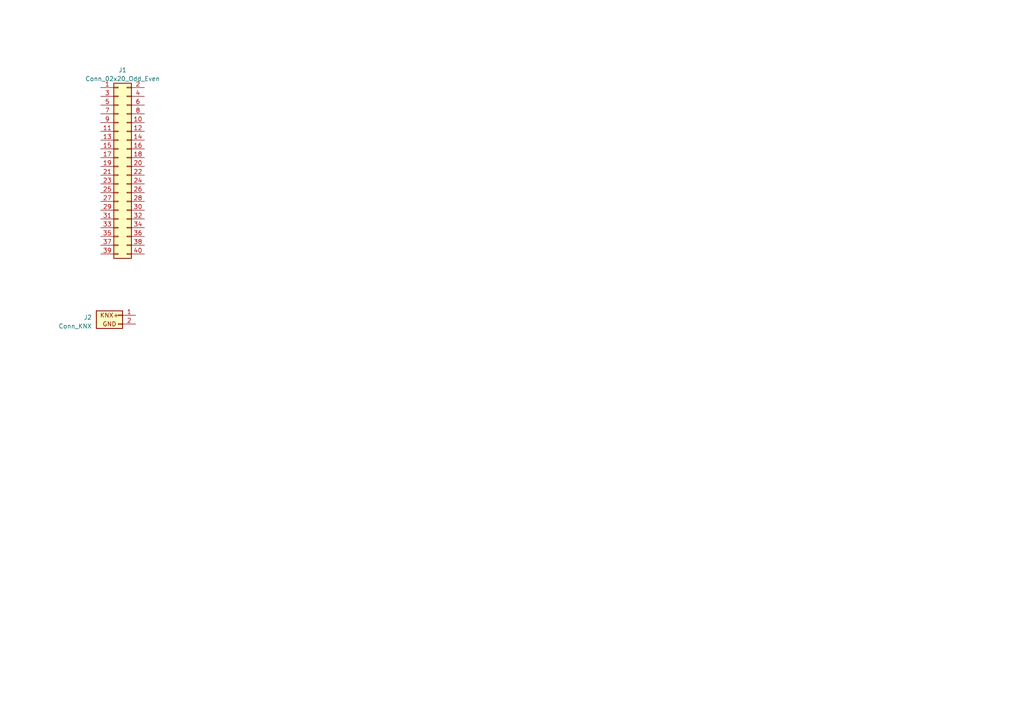
<source format=kicad_sch>
(kicad_sch (version 20230121) (generator eeschema)
  (paper "A4")
  (lib_symbols
    (symbol "Connector_Generic:Conn_02x20_Odd_Even" (pin_names (offset 1.016) hide)
      (property "Reference" "J" (at 1.27 25.4 0))
      (property "Value" "Conn_02x20_Odd_Even" (at 1.27 -27.94 0))
      (symbol "Conn_02x20_Odd_Even_1_1"
        (rectangle (start -1.27 -25.273) (end 0 -25.527) (stroke (width 0.1524)))
        (rectangle (start -1.27 -22.733) (end 0 -22.987) (stroke (width 0.1524)))
        (rectangle (start -1.27 -20.193) (end 0 -20.447) (stroke (width 0.1524)))
        (rectangle (start -1.27 -17.653) (end 0 -17.907) (stroke (width 0.1524)))
        (rectangle (start -1.27 -15.113) (end 0 -15.367) (stroke (width 0.1524)))
        (rectangle (start -1.27 -12.573) (end 0 -12.827) (stroke (width 0.1524)))
        (rectangle (start -1.27 -10.033) (end 0 -10.287) (stroke (width 0.1524)))
        (rectangle (start -1.27 -7.493) (end 0 -7.747) (stroke (width 0.1524)))
        (rectangle (start -1.27 -4.953) (end 0 -5.207) (stroke (width 0.1524)))
        (rectangle (start -1.27 -2.413) (end 0 -2.667) (stroke (width 0.1524)))
        (rectangle (start -1.27 0.127) (end 0 -0.127) (stroke (width 0.1524)))
        (rectangle (start -1.27 2.667) (end 0 2.413) (stroke (width 0.1524)))
        (rectangle (start -1.27 5.207) (end 0 4.953) (stroke (width 0.1524)))
        (rectangle (start -1.27 7.747) (end 0 7.493) (stroke (width 0.1524)))
        (rectangle (start -1.27 10.287) (end 0 10.033) (stroke (width 0.1524)))
        (rectangle (start -1.27 12.827) (end 0 12.573) (stroke (width 0.1524)))
        (rectangle (start -1.27 15.367) (end 0 15.113) (stroke (width 0.1524)))
        (rectangle (start -1.27 17.907) (end 0 17.653) (stroke (width 0.1524)))
        (rectangle (start -1.27 20.447) (end 0 20.193) (stroke (width 0.1524)))
        (rectangle (start -1.27 22.987) (end 0 22.733) (stroke (width 0.1524)))
        (rectangle (start -1.27 24.13) (end 3.81 -26.67) (stroke (width 0.254)) (fill (type background)))
        (rectangle (start 3.81 -25.273) (end 2.54 -25.527) (stroke (width 0.1524)))
        (rectangle (start 3.81 -22.733) (end 2.54 -22.987) (stroke (width 0.1524)))
        (rectangle (start 3.81 -20.193) (end 2.54 -20.447) (stroke (width 0.1524)))
        (rectangle (start 3.81 -17.653) (end 2.54 -17.907) (stroke (width 0.1524)))
        (rectangle (start 3.81 -15.113) (end 2.54 -15.367) (stroke (width 0.1524)))
        (rectangle (start 3.81 -12.573) (end 2.54 -12.827) (stroke (width 0.1524)))
        (rectangle (start 3.81 -10.033) (end 2.54 -10.287) (stroke (width 0.1524)))
        (rectangle (start 3.81 -7.493) (end 2.54 -7.747) (stroke (width 0.1524)))
        (rectangle (start 3.81 -4.953) (end 2.54 -5.207) (stroke (width 0.1524)))
        (rectangle (start 3.81 -2.413) (end 2.54 -2.667) (stroke (width 0.1524)))
        (rectangle (start 3.81 0.127) (end 2.54 -0.127) (stroke (width 0.1524)))
        (rectangle (start 3.81 2.667) (end 2.54 2.413) (stroke (width 0.1524)))
        (rectangle (start 3.81 5.207) (end 2.54 4.953) (stroke (width 0.1524)))
        (rectangle (start 3.81 7.747) (end 2.54 7.493) (stroke (width 0.1524)))
        (rectangle (start 3.81 10.287) (end 2.54 10.033) (stroke (width 0.1524)))
        (rectangle (start 3.81 12.827) (end 2.54 12.573) (stroke (width 0.1524)))
        (rectangle (start 3.81 15.367) (end 2.54 15.113) (stroke (width 0.1524)))
        (rectangle (start 3.81 17.907) (end 2.54 17.653) (stroke (width 0.1524)))
        (rectangle (start 3.81 20.447) (end 2.54 20.193) (stroke (width 0.1524)))
        (rectangle (start 3.81 22.987) (end 2.54 22.733) (stroke (width 0.1524)))
        (pin passive line (at -5.08 22.86 0) (length 3.81) (name "Pin_1") (number "1"))
        (pin passive line (at 7.62 12.7 180) (length 3.81) (name "Pin_10") (number "10"))
        (pin passive line (at -5.08 10.16 0) (length 3.81) (name "Pin_11") (number "11"))
        (pin passive line (at 7.62 10.16 180) (length 3.81) (name "Pin_12") (number "12"))
        (pin passive line (at -5.08 7.62 0) (length 3.81) (name "Pin_13") (number "13"))
        (pin passive line (at 7.62 7.62 180) (length 3.81) (name "Pin_14") (number "14"))
        (pin passive line (at -5.08 5.08 0) (length 3.81) (name "Pin_15") (number "15"))
        (pin passive line (at 7.62 5.08 180) (length 3.81) (name "Pin_16") (number "16"))
        (pin passive line (at -5.08 2.54 0) (length 3.81) (name "Pin_17") (number "17"))
        (pin passive line (at 7.62 2.54 180) (length 3.81) (name "Pin_18") (number "18"))
        (pin passive line (at -5.08 0 0) (length 3.81) (name "Pin_19") (number "19"))
        (pin passive line (at 7.62 22.86 180) (length 3.81) (name "Pin_2") (number "2"))
        (pin passive line (at 7.62 0 180) (length 3.81) (name "Pin_20") (number "20"))
        (pin passive line (at -5.08 -2.54 0) (length 3.81) (name "Pin_21") (number "21"))
        (pin passive line (at 7.62 -2.54 180) (length 3.81) (name "Pin_22") (number "22"))
        (pin passive line (at -5.08 -5.08 0) (length 3.81) (name "Pin_23") (number "23"))
        (pin passive line (at 7.62 -5.08 180) (length 3.81) (name "Pin_24") (number "24"))
        (pin passive line (at -5.08 -7.62 0) (length 3.81) (name "Pin_25") (number "25"))
        (pin passive line (at 7.62 -7.62 180) (length 3.81) (name "Pin_26") (number "26"))
        (pin passive line (at -5.08 -10.16 0) (length 3.81) (name "Pin_27") (number "27"))
        (pin passive line (at 7.62 -10.16 180) (length 3.81) (name "Pin_28") (number "28"))
        (pin passive line (at -5.08 -12.7 0) (length 3.81) (name "Pin_29") (number "29"))
        (pin passive line (at -5.08 20.32 0) (length 3.81) (name "Pin_3") (number "3"))
        (pin passive line (at 7.62 -12.7 180) (length 3.81) (name "Pin_30") (number "30"))
        (pin passive line (at -5.08 -15.24 0) (length 3.81) (name "Pin_31") (number "31"))
        (pin passive line (at 7.62 -15.24 180) (length 3.81) (name "Pin_32") (number "32"))
        (pin passive line (at -5.08 -17.78 0) (length 3.81) (name "Pin_33") (number "33"))
        (pin passive line (at 7.62 -17.78 180) (length 3.81) (name "Pin_34") (number "34"))
        (pin passive line (at -5.08 -20.32 0) (length 3.81) (name "Pin_35") (number "35"))
        (pin passive line (at 7.62 -20.32 180) (length 3.81) (name "Pin_36") (number "36"))
        (pin passive line (at -5.08 -22.86 0) (length 3.81) (name "Pin_37") (number "37"))
        (pin passive line (at 7.62 -22.86 180) (length 3.81) (name "Pin_38") (number "38"))
        (pin passive line (at -5.08 -25.4 0) (length 3.81) (name "Pin_39") (number "39"))
        (pin passive line (at 7.62 20.32 180) (length 3.81) (name "Pin_4") (number "4"))
        (pin passive line (at 7.62 -25.4 180) (length 3.81) (name "Pin_40") (number "40"))
        (pin passive line (at -5.08 17.78 0) (length 3.81) (name "Pin_5") (number "5"))
        (pin passive line (at 7.62 17.78 180) (length 3.81) (name "Pin_6") (number "6"))
        (pin passive line (at -5.08 15.24 0) (length 3.81) (name "Pin_7") (number "7"))
        (pin passive line (at 7.62 15.24 180) (length 3.81) (name "Pin_8") (number "8"))
        (pin passive line (at -5.08 12.7 0) (length 3.81) (name "Pin_9") (number "9"))
      )
    )
    (symbol "OpenKNX:Conn_KNX" (pin_names (offset 1.016) hide)
      (property "Reference" "J" (at 0 2.54 0))
      (property "Value" "Conn_KNX" (at 0 -5.08 0))
      (symbol "Conn_KNX_0_0"
        (text "GND" (at 2.54 -2.54 0) (effects (font (size 1.27 1.27))))
        (text "KNX+" (at 2.54 0 0) (effects (font (size 1.27 1.27))))
      )
      (symbol "Conn_KNX_1_1"
        (rectangle (start -1.27 -2.413) (end 0 -2.667) (stroke (width 0.1524)))
        (rectangle (start -1.27 0.127) (end 0 -0.127) (stroke (width 0.1524)))
        (rectangle (start -1.27 1.27) (end 6.35 -3.81) (stroke (width 0.254)) (fill (type background)))
        (pin passive line (at -5.08 0 0) (length 3.81) (name "Pin_1") (number "1"))
        (pin passive line (at -5.08 -2.54 0) (length 3.81) (name "Pin_2") (number "2"))
      )
    )
  )
  (symbol (lib_id "OpenKNX:Conn_KNX") (at 34.29 91.44 0) (mirror y) (unit 1)
    (property "Reference" "J2" (at 26.67 92.075 0) (effects (justify left)))
    (property "Value" "Conn_KNX" (at 26.67 94.615 0) (effects (justify left)))
    (property "Footprint" "OpenKNX:KNX_Connector" (effects hide))
  )
  (symbol (lib_id "Connector_Generic:Conn_02x20_Odd_Even") (at 34.29 48.26 0) (unit 1)
    (property "Reference" "J1" (at 35.56 20.32 0))
    (property "Value" "Conn_02x20_Odd_Even" (at 35.56 22.86 0))
    (property "Footprint" "Connector_PinHeader_2.54mm:PinHeader_2x20_P2.54mm_Vertical" (effects hide))
  )
)
</source>
